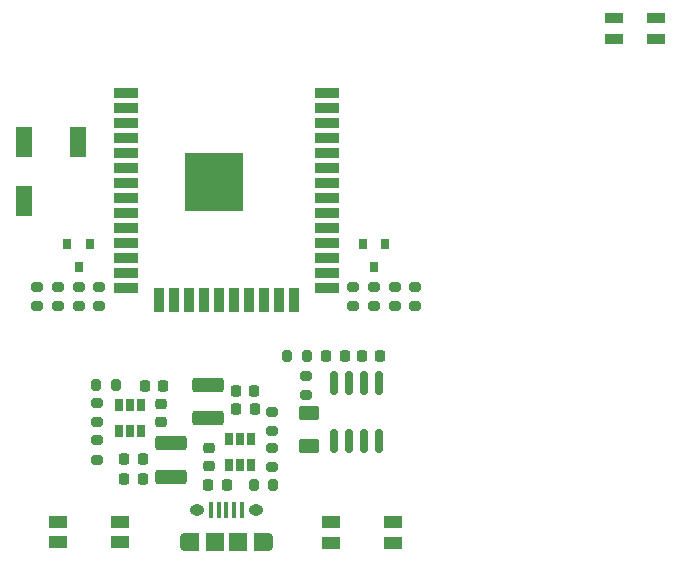
<source format=gbr>
%TF.GenerationSoftware,KiCad,Pcbnew,(5.99.0-10282-g296a9df530)*%
%TF.CreationDate,2021-04-29T22:35:14+02:00*%
%TF.ProjectId,Eck_hoch_3_V1,45636b5f-686f-4636-985f-335f56312e6b,rev?*%
%TF.SameCoordinates,Original*%
%TF.FileFunction,Paste,Top*%
%TF.FilePolarity,Positive*%
%FSLAX46Y46*%
G04 Gerber Fmt 4.6, Leading zero omitted, Abs format (unit mm)*
G04 Created by KiCad (PCBNEW (5.99.0-10282-g296a9df530)) date 2021-04-29 22:35:14*
%MOMM*%
%LPD*%
G01*
G04 APERTURE LIST*
G04 Aperture macros list*
%AMRoundRect*
0 Rectangle with rounded corners*
0 $1 Rounding radius*
0 $2 $3 $4 $5 $6 $7 $8 $9 X,Y pos of 4 corners*
0 Add a 4 corners polygon primitive as box body*
4,1,4,$2,$3,$4,$5,$6,$7,$8,$9,$2,$3,0*
0 Add four circle primitives for the rounded corners*
1,1,$1+$1,$2,$3*
1,1,$1+$1,$4,$5*
1,1,$1+$1,$6,$7*
1,1,$1+$1,$8,$9*
0 Add four rect primitives between the rounded corners*
20,1,$1+$1,$2,$3,$4,$5,0*
20,1,$1+$1,$4,$5,$6,$7,0*
20,1,$1+$1,$6,$7,$8,$9,0*
20,1,$1+$1,$8,$9,$2,$3,0*%
G04 Aperture macros list end*
%ADD10R,0.800000X0.900000*%
%ADD11RoundRect,0.150000X0.150000X-0.825000X0.150000X0.825000X-0.150000X0.825000X-0.150000X-0.825000X0*%
%ADD12R,2.000000X0.900000*%
%ADD13R,0.900000X2.000000*%
%ADD14R,5.000000X5.000000*%
%ADD15RoundRect,0.225000X-0.225000X-0.250000X0.225000X-0.250000X0.225000X0.250000X-0.225000X0.250000X0*%
%ADD16RoundRect,0.225000X0.225000X0.250000X-0.225000X0.250000X-0.225000X-0.250000X0.225000X-0.250000X0*%
%ADD17RoundRect,0.250000X0.625000X-0.375000X0.625000X0.375000X-0.625000X0.375000X-0.625000X-0.375000X0*%
%ADD18O,1.250000X0.950000*%
%ADD19O,0.890000X1.550000*%
%ADD20R,0.400000X1.350000*%
%ADD21R,1.200000X1.550000*%
%ADD22R,1.500000X1.550000*%
%ADD23RoundRect,0.250000X1.075000X-0.375000X1.075000X0.375000X-1.075000X0.375000X-1.075000X-0.375000X0*%
%ADD24RoundRect,0.200000X-0.275000X0.200000X-0.275000X-0.200000X0.275000X-0.200000X0.275000X0.200000X0*%
%ADD25RoundRect,0.200000X0.275000X-0.200000X0.275000X0.200000X-0.275000X0.200000X-0.275000X-0.200000X0*%
%ADD26RoundRect,0.200000X0.200000X0.275000X-0.200000X0.275000X-0.200000X-0.275000X0.200000X-0.275000X0*%
%ADD27R,1.550000X1.000000*%
%ADD28R,0.650000X1.060000*%
%ADD29RoundRect,0.225000X-0.250000X0.225000X-0.250000X-0.225000X0.250000X-0.225000X0.250000X0.225000X0*%
%ADD30RoundRect,0.225000X0.250000X-0.225000X0.250000X0.225000X-0.250000X0.225000X-0.250000X-0.225000X0*%
%ADD31RoundRect,0.250000X-1.075000X0.375000X-1.075000X-0.375000X1.075000X-0.375000X1.075000X0.375000X0*%
%ADD32RoundRect,0.200000X-0.200000X-0.275000X0.200000X-0.275000X0.200000X0.275000X-0.200000X0.275000X0*%
%ADD33R,1.400000X2.500000*%
%ADD34R,1.600000X0.850000*%
G04 APERTURE END LIST*
D10*
%TO.C,Q2*%
X155950000Y-97000000D03*
X154050000Y-97000000D03*
X155000000Y-99000000D03*
%TD*%
D11*
%TO.C,U2*%
X151595000Y-113725000D03*
X152865000Y-113725000D03*
X154135000Y-113725000D03*
X155405000Y-113725000D03*
X155405000Y-108775000D03*
X154135000Y-108775000D03*
X152865000Y-108775000D03*
X151595000Y-108775000D03*
%TD*%
D12*
%TO.C,U3*%
X133994000Y-84251800D03*
X133994000Y-85521800D03*
X133994000Y-86791800D03*
X133994000Y-88061800D03*
X133994000Y-89331800D03*
X133994000Y-90601800D03*
X133994000Y-91871800D03*
X133994000Y-93141800D03*
X133994000Y-94411800D03*
X133994000Y-95681800D03*
X133994000Y-96951800D03*
X133994000Y-98221800D03*
X133994000Y-99491800D03*
X133994000Y-100761800D03*
D13*
X136779000Y-101761800D03*
X138049000Y-101761800D03*
X139319000Y-101761800D03*
X140589000Y-101761800D03*
X141859000Y-101761800D03*
X143129000Y-101761800D03*
X144399000Y-101761800D03*
X145669000Y-101761800D03*
X146939000Y-101761800D03*
X148209000Y-101761800D03*
D12*
X150994000Y-100761800D03*
X150994000Y-99491800D03*
X150994000Y-98221800D03*
X150994000Y-96951800D03*
X150994000Y-95681800D03*
X150994000Y-94411800D03*
X150994000Y-93141800D03*
X150994000Y-91871800D03*
X150994000Y-90601800D03*
X150994000Y-89331800D03*
X150994000Y-88061800D03*
X150994000Y-86791800D03*
X150994000Y-85521800D03*
X150994000Y-84251800D03*
D14*
X141494000Y-91751800D03*
%TD*%
D15*
%TO.C,C2*%
X150975000Y-106500000D03*
X152525000Y-106500000D03*
%TD*%
%TO.C,C3*%
X153975000Y-106500000D03*
X155525000Y-106500000D03*
%TD*%
D16*
%TO.C,C5*%
X144875000Y-109450000D03*
X143325000Y-109450000D03*
%TD*%
%TO.C,C6*%
X144900000Y-111025000D03*
X143350000Y-111025000D03*
%TD*%
D17*
%TO.C,D2*%
X149500000Y-114150000D03*
X149500000Y-111350000D03*
%TD*%
D18*
%TO.C,J1*%
X140000000Y-119600000D03*
D19*
X139000000Y-122300000D03*
D18*
X145000000Y-119600000D03*
D19*
X146000000Y-122300000D03*
D20*
X141200000Y-119600000D03*
X141850000Y-119600000D03*
X142500000Y-119600000D03*
X143150000Y-119600000D03*
X143800000Y-119600000D03*
D21*
X139600000Y-122300000D03*
D22*
X141500000Y-122300000D03*
D21*
X145400000Y-122300000D03*
D22*
X143500000Y-122300000D03*
%TD*%
D23*
%TO.C,L1*%
X140950000Y-111775000D03*
X140950000Y-108975000D03*
%TD*%
D24*
%TO.C,R1*%
X146400000Y-111225000D03*
X146400000Y-112875000D03*
%TD*%
D25*
%TO.C,R4*%
X146375000Y-115925000D03*
X146375000Y-114275000D03*
%TD*%
%TO.C,R6*%
X131750000Y-102325000D03*
X131750000Y-100675000D03*
%TD*%
%TO.C,R7*%
X130000000Y-102325000D03*
X130000000Y-100675000D03*
%TD*%
%TO.C,R8*%
X155000000Y-102325000D03*
X155000000Y-100675000D03*
%TD*%
%TO.C,R9*%
X149250000Y-109825000D03*
X149250000Y-108175000D03*
%TD*%
%TO.C,R10*%
X128250000Y-102325000D03*
X128250000Y-100675000D03*
%TD*%
%TO.C,R11*%
X126500000Y-102325000D03*
X126500000Y-100675000D03*
%TD*%
D26*
%TO.C,R12*%
X149325000Y-106500000D03*
X147675000Y-106500000D03*
%TD*%
D24*
%TO.C,R14*%
X158500000Y-100675000D03*
X158500000Y-102325000D03*
%TD*%
D27*
%TO.C,SW1*%
X128286600Y-122262000D03*
X133536600Y-122262000D03*
X133536600Y-120562000D03*
X128286600Y-120562000D03*
%TD*%
%TO.C,SW2*%
X156599800Y-122312800D03*
X151349800Y-122312800D03*
X156599800Y-120612800D03*
X151349800Y-120612800D03*
%TD*%
D10*
%TO.C,Q4*%
X130950000Y-97000000D03*
X129050000Y-97000000D03*
X130000000Y-99000000D03*
%TD*%
D28*
%TO.C,U1*%
X144625000Y-113575000D03*
X143675000Y-113575000D03*
X142725000Y-113575000D03*
X142725000Y-115775000D03*
X143675000Y-115775000D03*
X144625000Y-115775000D03*
%TD*%
D15*
%TO.C,C1*%
X140975000Y-117400000D03*
X142525000Y-117400000D03*
%TD*%
D29*
%TO.C,C4*%
X141000000Y-114325000D03*
X141000000Y-115875000D03*
%TD*%
D28*
%TO.C,U4*%
X133375000Y-112900000D03*
X134325000Y-112900000D03*
X135275000Y-112900000D03*
X135275000Y-110700000D03*
X134325000Y-110700000D03*
X133375000Y-110700000D03*
%TD*%
D15*
%TO.C,C10*%
X133875000Y-115275000D03*
X135425000Y-115275000D03*
%TD*%
D30*
%TO.C,C8*%
X136975000Y-112150000D03*
X136975000Y-110600000D03*
%TD*%
D15*
%TO.C,C9*%
X133875000Y-116900000D03*
X135425000Y-116900000D03*
%TD*%
D31*
%TO.C,L2*%
X137850000Y-113925000D03*
X137850000Y-116725000D03*
%TD*%
D16*
%TO.C,C7*%
X137175000Y-109075000D03*
X135625000Y-109075000D03*
%TD*%
D25*
%TO.C,R15*%
X131550000Y-115300000D03*
X131550000Y-113650000D03*
%TD*%
D26*
%TO.C,R17*%
X133125000Y-108975000D03*
X131475000Y-108975000D03*
%TD*%
D24*
%TO.C,R18*%
X131550000Y-110500000D03*
X131550000Y-112150000D03*
%TD*%
%TO.C,R5*%
X153250000Y-100675000D03*
X153250000Y-102325000D03*
%TD*%
D32*
%TO.C,R3*%
X144825000Y-117400000D03*
X146475000Y-117400000D03*
%TD*%
D25*
%TO.C,R13*%
X156750000Y-102325000D03*
X156750000Y-100675000D03*
%TD*%
D33*
%TO.C,BZ1*%
X125410400Y-88381200D03*
X125410400Y-93381200D03*
X129910400Y-88381200D03*
%TD*%
D34*
%TO.C,D1*%
X178838800Y-79665800D03*
X178838800Y-77915800D03*
X175338800Y-77915800D03*
X175338800Y-79665800D03*
%TD*%
M02*

</source>
